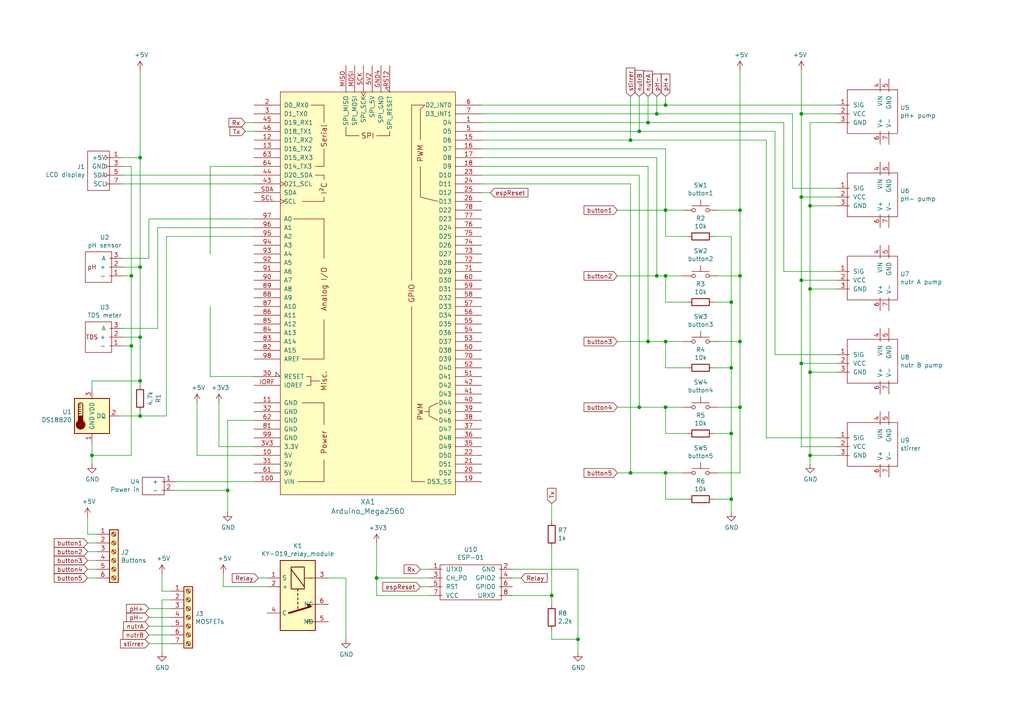
<source format=kicad_sch>
(kicad_sch (version 20211123) (generator eeschema)
  (paper "A4")
  (lib_symbols
    (symbol "Connector:Screw_Terminal_01x06" (pin_names (offset 1.016) hide)
      (property "Reference" "J" (at 0 7.62 0))
      (property "Value" "Screw_Terminal_01x06" (at 0 -10.16 0))
      (symbol "Screw_Terminal_01x06_1_1"
        (rectangle (start -1.27 6.35) (end 1.27 -8.89) (stroke (width 0.254)) (fill (type background)))
        (circle (center 0 -7.62) (radius 0.635) (stroke (width 0.1524)))
        (circle (center 0 -5.08) (radius 0.635) (stroke (width 0.1524)))
        (circle (center 0 -2.54) (radius 0.635) (stroke (width 0.1524)))
        (polyline (pts (xy -0.5334 -7.2898) (xy 0.3302 -8.128)) (stroke (width 0.1524)))
        (polyline (pts (xy -0.5334 -4.7498) (xy 0.3302 -5.588)) (stroke (width 0.1524)))
        (polyline (pts (xy -0.5334 -2.2098) (xy 0.3302 -3.048)) (stroke (width 0.1524)))
        (polyline (pts (xy -0.5334 0.3302) (xy 0.3302 -0.508)) (stroke (width 0.1524)))
        (polyline (pts (xy -0.5334 2.8702) (xy 0.3302 2.032)) (stroke (width 0.1524)))
        (polyline (pts (xy -0.5334 5.4102) (xy 0.3302 4.572)) (stroke (width 0.1524)))
        (polyline (pts (xy -0.3556 -7.112) (xy 0.508 -7.9502)) (stroke (width 0.1524)))
        (polyline (pts (xy -0.3556 -4.572) (xy 0.508 -5.4102)) (stroke (width 0.1524)))
        (polyline (pts (xy -0.3556 -2.032) (xy 0.508 -2.8702)) (stroke (width 0.1524)))
        (polyline (pts (xy -0.3556 0.508) (xy 0.508 -0.3302)) (stroke (width 0.1524)))
        (polyline (pts (xy -0.3556 3.048) (xy 0.508 2.2098)) (stroke (width 0.1524)))
        (polyline (pts (xy -0.3556 5.588) (xy 0.508 4.7498)) (stroke (width 0.1524)))
        (circle (center 0 0) (radius 0.635) (stroke (width 0.1524)))
        (circle (center 0 2.54) (radius 0.635) (stroke (width 0.1524)))
        (circle (center 0 5.08) (radius 0.635) (stroke (width 0.1524)))
        (pin passive line (at -5.08 5.08 0) (length 3.81) (name "Pin_1") (number "1"))
        (pin passive line (at -5.08 2.54 0) (length 3.81) (name "Pin_2") (number "2"))
        (pin passive line (at -5.08 0 0) (length 3.81) (name "Pin_3") (number "3"))
        (pin passive line (at -5.08 -2.54 0) (length 3.81) (name "Pin_4") (number "4"))
        (pin passive line (at -5.08 -5.08 0) (length 3.81) (name "Pin_5") (number "5"))
        (pin passive line (at -5.08 -7.62 0) (length 3.81) (name "Pin_6") (number "6"))
      )
    )
    (symbol "Connector:Screw_Terminal_01x07" (pin_names (offset 1.016) hide)
      (property "Reference" "J" (at 0 10.16 0))
      (property "Value" "Screw_Terminal_01x07" (at 0 -10.16 0))
      (symbol "Screw_Terminal_01x07_1_1"
        (rectangle (start -1.27 8.89) (end 1.27 -8.89) (stroke (width 0.254)) (fill (type background)))
        (circle (center 0 -7.62) (radius 0.635) (stroke (width 0.1524)))
        (circle (center 0 -5.08) (radius 0.635) (stroke (width 0.1524)))
        (circle (center 0 -2.54) (radius 0.635) (stroke (width 0.1524)))
        (polyline (pts (xy -0.5334 -7.2898) (xy 0.3302 -8.128)) (stroke (width 0.1524)))
        (polyline (pts (xy -0.5334 -4.7498) (xy 0.3302 -5.588)) (stroke (width 0.1524)))
        (polyline (pts (xy -0.5334 -2.2098) (xy 0.3302 -3.048)) (stroke (width 0.1524)))
        (polyline (pts (xy -0.5334 0.3302) (xy 0.3302 -0.508)) (stroke (width 0.1524)))
        (polyline (pts (xy -0.5334 2.8702) (xy 0.3302 2.032)) (stroke (width 0.1524)))
        (polyline (pts (xy -0.5334 5.4102) (xy 0.3302 4.572)) (stroke (width 0.1524)))
        (polyline (pts (xy -0.5334 7.9502) (xy 0.3302 7.112)) (stroke (width 0.1524)))
        (polyline (pts (xy -0.3556 -7.112) (xy 0.508 -7.9502)) (stroke (width 0.1524)))
        (polyline (pts (xy -0.3556 -4.572) (xy 0.508 -5.4102)) (stroke (width 0.1524)))
        (polyline (pts (xy -0.3556 -2.032) (xy 0.508 -2.8702)) (stroke (width 0.1524)))
        (polyline (pts (xy -0.3556 0.508) (xy 0.508 -0.3302)) (stroke (width 0.1524)))
        (polyline (pts (xy -0.3556 3.048) (xy 0.508 2.2098)) (stroke (width 0.1524)))
        (polyline (pts (xy -0.3556 5.588) (xy 0.508 4.7498)) (stroke (width 0.1524)))
        (polyline (pts (xy -0.3556 8.128) (xy 0.508 7.2898)) (stroke (width 0.1524)))
        (circle (center 0 0) (radius 0.635) (stroke (width 0.1524)))
        (circle (center 0 2.54) (radius 0.635) (stroke (width 0.1524)))
        (circle (center 0 5.08) (radius 0.635) (stroke (width 0.1524)))
        (circle (center 0 7.62) (radius 0.635) (stroke (width 0.1524)))
        (pin passive line (at -5.08 7.62 0) (length 3.81) (name "Pin_1") (number "1"))
        (pin passive line (at -5.08 5.08 0) (length 3.81) (name "Pin_2") (number "2"))
        (pin passive line (at -5.08 2.54 0) (length 3.81) (name "Pin_3") (number "3"))
        (pin passive line (at -5.08 0 0) (length 3.81) (name "Pin_4") (number "4"))
        (pin passive line (at -5.08 -2.54 0) (length 3.81) (name "Pin_5") (number "5"))
        (pin passive line (at -5.08 -5.08 0) (length 3.81) (name "Pin_6") (number "6"))
        (pin passive line (at -5.08 -7.62 0) (length 3.81) (name "Pin_7") (number "7"))
      )
    )
    (symbol "Device:R" (pin_numbers hide) (pin_names (offset 0))
      (property "Reference" "R" (at 2.032 0 90))
      (property "Value" "R" (at 0 0 90))
      (symbol "R_0_1"
        (rectangle (start -1.016 -2.54) (end 1.016 2.54) (stroke (width 0.254)))
      )
      (symbol "R_1_1"
        (pin passive line (at 0 3.81 270) (length 1.27) (name "~") (number "1"))
        (pin passive line (at 0 -3.81 90) (length 1.27) (name "~") (number "2"))
      )
    )
    (symbol "My_Arduino:Arduino_Mega2560" (pin_names (offset 1.016))
      (property "Reference" "XA" (at 2.54 0 90))
      (property "Value" "Arduino_Mega2560" (at -2.54 0 90))
      (symbol "Arduino_Mega2560_0_0"
        (rectangle (start -25.4 -58.42) (end 25.4 58.42) (fill (type background)))
        (rectangle (start -20.32 -54.61) (end -12.7 -54.61))
        (rectangle (start -19.05 -31.75) (end -12.7 -31.75))
        (rectangle (start -19.05 -19.05) (end -12.7 -19.05))
        (rectangle (start -19.05 26.67) (end -12.7 26.67))
        (rectangle (start -17.78 -26.67) (end -16.51 -26.67))
        (rectangle (start -17.78 -24.13) (end -16.51 -24.13))
        (rectangle (start -16.51 -25.4) (end -13.97 -25.4))
        (rectangle (start -16.51 -24.13) (end -16.51 -26.67))
        (rectangle (start -16.51 54.61) (end -12.7 54.61))
        (rectangle (start -15.24 34.29) (end -12.7 34.29))
        (rectangle (start -15.24 36.83) (end -12.7 36.83))
        (rectangle (start -12.7 -54.61) (end -12.7 -48.26))
        (rectangle (start -12.7 -31.75) (end -12.7 -38.1))
        (rectangle (start -12.7 26.67) (end -12.7 27.94))
        (rectangle (start -12.7 34.29) (end -12.7 33.02))
        (rectangle (start -12.7 41.91) (end -12.7 36.83))
        (rectangle (start -12.7 49.53) (end -12.7 54.61))
        (rectangle (start -6.35 48.26) (end -6.35 45.72))
        (rectangle (start -2.54 45.72) (end -6.35 45.72))
        (polyline (pts (xy -21.59 21.59) (xy -12.7 21.59)))
        (polyline (pts (xy -12.7 -19.05) (xy -12.7 -7.62)))
        (polyline (pts (xy -12.7 10.16) (xy -12.7 21.59)))
        (polyline (pts (xy 12.7 -54.61) (xy 16.51 -54.61)))
        (polyline (pts (xy 12.7 54.61) (xy 16.51 54.61)))
        (polyline (pts (xy 17.78 -34.29) (xy 16.51 -34.29)))
        (polyline (pts (xy 15.24 36.83) (xy 15.24 27.94) (xy 20.32 26.67)))
        (polyline (pts (xy 15.24 44.45) (xy 15.24 53.34) (xy 16.51 54.61)))
        (polyline (pts (xy 20.32 -31.75) (xy 17.78 -33.02) (xy 17.78 -35.56) (xy 20.32 -36.83)))
        (rectangle (start 6.35 45.72) (end 2.54 45.72))
        (rectangle (start 6.35 46.99) (end 6.35 45.72))
        (text "Analog I/O" (at -12.7 1.27 900) (effects (font (size 1.524 1.524))))
        (text "I²C" (at -12.7 30.48 900) (effects (font (size 1.524 1.524))))
        (text "Misc." (at -12.7 -25.4 900) (effects (font (size 1.524 1.524))))
        (text "Power" (at -12.7 -43.18 900) (effects (font (size 1.524 1.524))))
        (text "PWM" (at 15.24 -34.29 900) (effects (font (size 1.524 1.524))))
        (text "PWM" (at 15.24 40.64 900) (effects (font (size 1.524 1.524))))
        (text "Serial" (at -12.7 45.72 900) (effects (font (size 1.524 1.524))))
        (text "SPI" (at 0 45.72 0) (effects (font (size 1.524 1.524))))
      )
      (symbol "Arduino_Mega2560_1_0"
        (rectangle (start 12.7 -54.61) (end 12.7 -3.81))
        (rectangle (start 12.7 54.61) (end 12.7 3.81))
        (text "GPIO" (at 12.7 0 900) (effects (font (size 1.524 1.524))))
      )
      (symbol "Arduino_Mega2560_1_1"
        (pin bidirectional line (at 33.02 49.53 180) (length 7.62) (name "D4") (number "1"))
        (pin power_in line (at -33.02 -46.99 0) (length 7.62) (name "5V") (number "10"))
        (pin power_in line (at -33.02 -54.61 0) (length 7.62) (name "VIN") (number "100"))
        (pin power_in line (at -33.02 -31.75 0) (length 7.62) (name "GND") (number "11"))
        (pin bidirectional line (at -33.02 44.45 0) (length 7.62) (name "D17_RX2") (number "12"))
        (pin bidirectional line (at -33.02 41.91 0) (length 7.62) (name "D16_TX2") (number "13"))
        (pin bidirectional line (at 33.02 44.45 180) (length 7.62) (name "D6") (number "15"))
        (pin bidirectional line (at 33.02 41.91 180) (length 7.62) (name "D7") (number "16"))
        (pin bidirectional line (at 33.02 39.37 180) (length 7.62) (name "D8") (number "17"))
        (pin bidirectional line (at 33.02 36.83 180) (length 7.62) (name "D9") (number "18"))
        (pin bidirectional line (at 33.02 -54.61 180) (length 7.62) (name "D53_SS") (number "19"))
        (pin bidirectional line (at -33.02 54.61 0) (length 7.62) (name "D0_RX0") (number "2"))
        (pin bidirectional line (at 33.02 -52.07 180) (length 7.62) (name "D52") (number "20"))
        (pin bidirectional line (at 33.02 -49.53 180) (length 7.62) (name "D51") (number "21"))
        (pin bidirectional line (at 33.02 -46.99 180) (length 7.62) (name "D50") (number "22"))
        (pin bidirectional line (at 33.02 34.29 180) (length 7.62) (name "D10") (number "23"))
        (pin bidirectional line (at 33.02 31.75 180) (length 7.62) (name "D11") (number "24"))
        (pin bidirectional line (at 33.02 29.21 180) (length 7.62) (name "D12") (number "25"))
        (pin bidirectional line (at 33.02 26.67 180) (length 7.62) (name "D13") (number "26"))
        (pin bidirectional line (at -33.02 52.07 0) (length 7.62) (name "D1_TX0") (number "3"))
        (pin open_collector input_low (at -33.02 -24.13 0) (length 7.62) (name "RESET") (number "30"))
        (pin power_in line (at -33.02 -49.53 0) (length 7.62) (name "5V") (number "31"))
        (pin power_in line (at -33.02 -34.29 0) (length 7.62) (name "GND") (number "32"))
        (pin bidirectional line (at 33.02 -44.45 180) (length 7.62) (name "D49") (number "35"))
        (pin bidirectional line (at 33.02 -41.91 180) (length 7.62) (name "D48") (number "36"))
        (pin bidirectional line (at 33.02 -39.37 180) (length 7.62) (name "D47") (number "37"))
        (pin bidirectional line (at 33.02 -36.83 180) (length 7.62) (name "D46") (number "38"))
        (pin bidirectional line (at 33.02 -34.29 180) (length 7.62) (name "D45") (number "39"))
        (pin power_in line (at -33.02 -44.45 0) (length 7.62) (name "3.3V") (number "3V3"))
        (pin bidirectional line (at 33.02 -31.75 180) (length 7.62) (name "D44") (number "40"))
        (pin bidirectional line (at 33.02 -29.21 180) (length 7.62) (name "D43") (number "41"))
        (pin bidirectional line (at 33.02 -26.67 180) (length 7.62) (name "D42") (number "42"))
        (pin bidirectional clock (at -33.02 31.75 0) (length 7.62) (name "D21_SCL") (number "43"))
        (pin bidirectional line (at -33.02 34.29 0) (length 7.62) (name "D20_SDA") (number "44"))
        (pin bidirectional line (at -33.02 49.53 0) (length 7.62) (name "D19_RX1") (number "45"))
        (pin bidirectional line (at -33.02 46.99 0) (length 7.62) (name "D18_TX1") (number "46"))
        (pin bidirectional line (at 33.02 46.99 180) (length 7.62) (name "D5") (number "5"))
        (pin bidirectional line (at 33.02 -16.51 180) (length 7.62) (name "D38") (number "50"))
        (pin bidirectional line (at 33.02 -24.13 180) (length 7.62) (name "D41") (number "51"))
        (pin bidirectional line (at 33.02 -21.59 180) (length 7.62) (name "D40") (number "52"))
        (pin bidirectional line (at 33.02 -13.97 180) (length 7.62) (name "D37") (number "53"))
        (pin bidirectional line (at 33.02 -11.43 180) (length 7.62) (name "D36") (number "54"))
        (pin bidirectional line (at 33.02 -8.89 180) (length 7.62) (name "D35") (number "55"))
        (pin bidirectional line (at 33.02 -6.35 180) (length 7.62) (name "D34") (number "56"))
        (pin bidirectional line (at 33.02 -3.81 180) (length 7.62) (name "D33") (number "57"))
        (pin bidirectional line (at 33.02 -1.27 180) (length 7.62) (name "D32") (number "58"))
        (pin bidirectional line (at 33.02 1.27 180) (length 7.62) (name "D31") (number "59"))
        (pin power_in line (at 1.27 66.04 270) (length 7.62) (name "SPI_5V") (number "5V2"))
        (pin bidirectional line (at 33.02 54.61 180) (length 7.62) (name "D2_INT0") (number "6"))
        (pin bidirectional line (at 33.02 3.81 180) (length 7.62) (name "D30") (number "60"))
        (pin power_in line (at -33.02 -52.07 0) (length 7.62) (name "5V") (number "61"))
        (pin power_in line (at -33.02 -36.83 0) (length 7.62) (name "GND") (number "62"))
        (pin bidirectional line (at -33.02 39.37 0) (length 7.62) (name "D15_RX3") (number "63"))
        (pin bidirectional line (at -33.02 36.83 0) (length 7.62) (name "D14_TX3") (number "64"))
        (pin bidirectional line (at 33.02 52.07 180) (length 7.62) (name "D3_INT1") (number "7"))
        (pin bidirectional line (at 33.02 -19.05 180) (length 7.62) (name "D39") (number "70"))
        (pin bidirectional line (at 33.02 6.35 180) (length 7.62) (name "D29") (number "71"))
        (pin bidirectional line (at 33.02 8.89 180) (length 7.62) (name "D28") (number "72"))
        (pin bidirectional line (at 33.02 11.43 180) (length 7.62) (name "D27") (number "73"))
        (pin bidirectional line (at 33.02 13.97 180) (length 7.62) (name "D26") (number "74"))
        (pin bidirectional line (at 33.02 16.51 180) (length 7.62) (name "D25") (number "75"))
        (pin bidirectional line (at 33.02 19.05 180) (length 7.62) (name "D24") (number "76"))
        (pin bidirectional line (at 33.02 21.59 180) (length 7.62) (name "D23") (number "77"))
        (pin bidirectional line (at 33.02 24.13 180) (length 7.62) (name "D22") (number "78"))
        (pin power_in line (at -33.02 -39.37 0) (length 7.62) (name "GND") (number "81"))
        (pin bidirectional line (at -33.02 -16.51 0) (length 7.62) (name "A15") (number "82"))
        (pin bidirectional line (at -33.02 -13.97 0) (length 7.62) (name "A14") (number "83"))
        (pin bidirectional line (at -33.02 -11.43 0) (length 7.62) (name "A13") (number "84"))
        (pin bidirectional line (at -33.02 -8.89 0) (length 7.62) (name "A12") (number "85"))
        (pin bidirectional line (at -33.02 -6.35 0) (length 7.62) (name "A11") (number "86"))
        (pin bidirectional line (at -33.02 -3.81 0) (length 7.62) (name "A10") (number "87"))
        (pin bidirectional line (at -33.02 -1.27 0) (length 7.62) (name "A9") (number "88"))
        (pin bidirectional line (at -33.02 1.27 0) (length 7.62) (name "A8") (number "89"))
        (pin bidirectional line (at -33.02 3.81 0) (length 7.62) (name "A7") (number "90"))
        (pin bidirectional line (at -33.02 6.35 0) (length 7.62) (name "A6") (number "91"))
        (pin bidirectional line (at -33.02 8.89 0) (length 7.62) (name "A5") (number "92"))
        (pin bidirectional line (at -33.02 11.43 0) (length 7.62) (name "A4") (number "93"))
        (pin bidirectional line (at -33.02 13.97 0) (length 7.62) (name "A3") (number "94"))
        (pin bidirectional line (at -33.02 16.51 0) (length 7.62) (name "A2") (number "95"))
        (pin bidirectional line (at -33.02 19.05 0) (length 7.62) (name "A1") (number "96"))
        (pin bidirectional line (at -33.02 21.59 0) (length 7.62) (name "A0") (number "97"))
        (pin input line (at -33.02 -19.05 0) (length 7.62) (name "AREF") (number "98"))
        (pin power_in line (at -33.02 -41.91 0) (length 7.62) (name "GND") (number "99"))
        (pin power_in line (at 3.81 66.04 270) (length 7.62) (name "SPI_GND") (number "GND4"))
        (pin output line (at -33.02 -26.67 0) (length 7.62) (name "IOREF") (number "IORF"))
        (pin input line (at -6.35 66.04 270) (length 7.62) (name "SPI_MISO") (number "MISO"))
        (pin output line (at -3.81 66.04 270) (length 7.62) (name "SPI_MOSI") (number "MOSI"))
        (pin open_collector input_low (at 6.35 66.04 270) (length 7.62) (name "SPI_RESET") (number "RST2"))
        (pin output clock (at -1.27 66.04 270) (length 7.62) (name "SPI_SCK") (number "SCK"))
        (pin bidirectional clock (at -33.02 26.67 0) (length 7.62) (name "SCL") (number "SCL"))
        (pin bidirectional line (at -33.02 29.21 0) (length 7.62) (name "SDA") (number "SDA"))
      )
    )
    (symbol "My_Headers:4-pin_I2C_LCD_header" (pin_names (offset 1.016))
      (property "Reference" "J" (at 0 5.715 0))
      (property "Value" "4-pin_I2C_LCD_header" (at 0 -8.255 0))
      (symbol "4-pin_I2C_LCD_header_0_1"
        (rectangle (start -1.27 4.445) (end 5.08 -6.985))
      )
      (symbol "4-pin_I2C_LCD_header_1_1"
        (arc (start 0 -4.572) (mid -0.508 -5.08) (end 0 -5.588) (stroke (width 0.1524)))
        (arc (start 0 -2.032) (mid -0.508 -2.54) (end 0 -3.048) (stroke (width 0.1524)))
        (polyline (pts (xy -1.27 -5.08) (xy -0.508 -5.08)) (stroke (width 0.1524)))
        (polyline (pts (xy -1.27 -2.54) (xy -0.508 -2.54)) (stroke (width 0.1524)))
        (polyline (pts (xy -1.27 0) (xy -0.508 0)) (stroke (width 0.1524)))
        (polyline (pts (xy -1.27 2.54) (xy -0.508 2.54)) (stroke (width 0.1524)))
        (arc (start 0 0.508) (mid -0.508 0) (end 0 -0.508) (stroke (width 0.1524)))
        (arc (start 0 3.048) (mid -0.508 2.54) (end 0 2.032) (stroke (width 0.1524)))
        (pin power_in line (at -5.08 2.54 0) (length 3.81) (name "+5V") (number "1"))
        (pin power_in line (at -5.08 0 0) (length 3.81) (name "GND") (number "3"))
        (pin passive line (at -5.08 -2.54 0) (length 3.81) (name "SDA") (number "5"))
        (pin passive line (at -5.08 -5.08 0) (length 3.81) (name "SCL") (number "7"))
      )
    )
    (symbol "My_Parts:2-pole_power_in_screw_terminal" (pin_names (offset 1.016))
      (property "Reference" "U" (at 4.445 3.175 0))
      (property "Value" "2-pole_power_in_screw_terminal" (at 6.35 -5.715 0))
      (symbol "2-pole_power_in_screw_terminal_0_1"
        (rectangle (start 3.175 1.27) (end 9.525 -3.81))
      )
      (symbol "2-pole_power_in_screw_terminal_1_1"
        (pin power_in line (at 0 0 0) (length 3.81) (name "+") (number "1"))
        (pin power_in line (at 0 -2.54 0) (length 3.81) (name "-") (number "2"))
      )
    )
    (symbol "My_Parts:DFRobot_Gravity_TDS-meter" (pin_names (offset 1.016))
      (property "Reference" "U" (at 4.445 3.175 0))
      (property "Value" "DFRobot_Gravity_TDS-meter" (at 6.35 -8.255 0))
      (symbol "DFRobot_Gravity_TDS-meter_0_0"
        (text "TDS" (at 8.89 -2.54 0) (effects (font (size 1.27 1.27))))
      )
      (symbol "DFRobot_Gravity_TDS-meter_0_1"
        (rectangle (start 3.175 1.905) (end 10.795 -6.985))
      )
      (symbol "DFRobot_Gravity_TDS-meter_1_1"
        (pin power_in line (at 0 -5.08 0) (length 3.81) (name "-") (number "1"))
        (pin power_in line (at 0 -2.54 0) (length 3.81) (name "+") (number "2"))
        (pin output line (at 0 0 0) (length 3.81) (name "A") (number "3"))
      )
    )
    (symbol "My_Parts:DFRobot_Gravity_pH-sensor" (pin_names (offset 1.016))
      (property "Reference" "U" (at 4.445 3.175 0))
      (property "Value" "DFRobot_Gravity_pH-sensor" (at 6.35 -8.255 0))
      (symbol "DFRobot_Gravity_pH-sensor_0_0"
        (text "pH" (at 8.89 -2.54 0) (effects (font (size 1.27 1.27))))
      )
      (symbol "DFRobot_Gravity_pH-sensor_0_1"
        (rectangle (start 3.175 1.905) (end 10.795 -6.985))
      )
      (symbol "DFRobot_Gravity_pH-sensor_1_1"
        (pin power_in line (at 0 -5.08 0) (length 3.81) (name "-") (number "1"))
        (pin power_in line (at 0 -2.54 0) (length 3.81) (name "+") (number "2"))
        (pin output line (at 0 0 0) (length 3.81) (name "A") (number "3"))
      )
    )
    (symbol "My_Parts:HCMODU0083_IRF520_MOSFET_module" (pin_names (offset 1.016))
      (property "Reference" "U" (at 4.445 5.715 0))
      (property "Value" "HCMODU0083_IRF520_MOSFET_module" (at 36.83 -1.905 0))
      (symbol "HCMODU0083_IRF520_MOSFET_module_0_1"
        (polyline (pts (xy 17.145 4.445) (xy 3.175 4.445) (xy 3.175 -8.255) (xy 17.78 -8.255) (xy 17.78 4.445) (xy 17.145 4.445)))
      )
      (symbol "HCMODU0083_IRF520_MOSFET_module_1_1"
        (pin input line (at 0 0 0) (length 3.81) (name "SIG") (number "1"))
        (pin power_in line (at 0 -2.54 0) (length 3.81) (name "VCC") (number "2"))
        (pin power_in line (at 0 -5.08 0) (length 3.81) (name "GND") (number "3"))
        (pin power_in line (at 12.7 7.62 270) (length 3.81) (name "VIN") (number "4"))
        (pin power_in line (at 15.24 7.62 270) (length 3.81) (name "GND") (number "5"))
        (pin power_out line (at 12.7 -11.43 90) (length 3.81) (name "V+") (number "6"))
        (pin power_out line (at 15.24 -11.43 90) (length 3.81) (name "V-") (number "7"))
      )
    )
    (symbol "My_Parts:KY-019_relay_module"
      (property "Reference" "K" (at 4.445 6.35 0))
      (property "Value" "KY-019_relay_module" (at -2.54 -17.145 0))
      (symbol "KY-019_relay_module_0_0"
        (polyline (pts (xy 13.97 -12.7) (xy 11.43 -12.7) (xy 12.065 -12.065) (xy 12.7 -12.7)))
      )
      (symbol "KY-019_relay_module_0_1"
        (polyline (pts (xy 6.35 -10.16) (xy 12.7 -8.255)) (stroke (width 0.508)))
        (polyline (pts (xy 6.985 2.54) (xy 10.795 -2.54)) (stroke (width 0.254)))
        (polyline (pts (xy 8.89 -8.255) (xy 8.89 -8.89)) (stroke (width 0.254)))
        (polyline (pts (xy 8.89 -6.985) (xy 8.89 -7.62)) (stroke (width 0.254)))
        (polyline (pts (xy 8.89 -5.715) (xy 8.89 -6.35)) (stroke (width 0.254)))
        (polyline (pts (xy 8.89 -4.445) (xy 8.89 -5.08)) (stroke (width 0.254)))
        (polyline (pts (xy 8.89 -3.175) (xy 8.89 -3.81)) (stroke (width 0.254)))
        (polyline (pts (xy 13.97 0) (xy 10.795 0)))
        (polyline (pts (xy 13.97 -7.62) (xy 11.43 -7.62) (xy 12.065 -8.255) (xy 12.7 -7.62)) (fill (type outline)))
        (rectangle (start 10.795 3.175) (end 6.985 -3.175) (stroke (width 0.254)))
        (rectangle (start 13.97 5.08) (end 3.81 -15.24) (stroke (width 0.254)) (fill (type background)))
      )
      (symbol "KY-019_relay_module_1_1"
        (pin input line (at 0 0 0) (length 3.81) (name "S") (number "1"))
        (pin power_in line (at 0 -2.54 0) (length 3.81) (name "+") (number "2"))
        (pin power_in line (at 17.78 0 180) (length 3.81) (name "-") (number "3"))
        (pin passive line (at 0 -10.16 0) (length 3.81) (name "C") (number "4"))
        (pin passive line (at 17.78 -12.7 180) (length 3.81) (name "NO") (number "5"))
        (pin passive line (at 17.78 -7.62 180) (length 3.81) (name "NC") (number "6"))
      )
    )
    (symbol "Sensor_Temperature:DS18B20" (pin_names (offset 1.016))
      (property "Reference" "U" (at -3.81 6.35 0))
      (property "Value" "DS18B20" (at 6.35 6.35 0))
      (symbol "DS18B20_0_1"
        (rectangle (start -5.08 5.08) (end 5.08 -5.08) (stroke (width 0.254)) (fill (type background)))
        (circle (center -3.302 -2.54) (radius 1.27) (stroke (width 0.254)) (fill (type outline)))
        (rectangle (start -2.667 -1.905) (end -3.937 0) (stroke (width 0.254)) (fill (type outline)))
        (arc (start -2.667 3.175) (mid -3.302 3.81) (end -3.937 3.175) (stroke (width 0.254)))
        (polyline (pts (xy -3.937 0.635) (xy -3.302 0.635)) (stroke (width 0.254)))
        (polyline (pts (xy -3.937 1.27) (xy -3.302 1.27)) (stroke (width 0.254)))
        (polyline (pts (xy -3.937 1.905) (xy -3.302 1.905)) (stroke (width 0.254)))
        (polyline (pts (xy -3.937 2.54) (xy -3.302 2.54)) (stroke (width 0.254)))
        (polyline (pts (xy -3.937 3.175) (xy -3.937 0)) (stroke (width 0.254)))
        (polyline (pts (xy -3.937 3.175) (xy -3.302 3.175)) (stroke (width 0.254)))
        (polyline (pts (xy -2.667 3.175) (xy -2.667 0)) (stroke (width 0.254)))
      )
      (symbol "DS18B20_1_1"
        (pin power_in line (at 0 -7.62 90) (length 2.54) (name "GND") (number "1"))
        (pin bidirectional line (at 7.62 0 180) (length 2.54) (name "DQ") (number "2"))
        (pin power_in line (at 0 7.62 270) (length 2.54) (name "VDD") (number "3"))
      )
    )
    (symbol "Switch:SW_Push" (pin_numbers hide) (pin_names (offset 1.016) hide)
      (property "Reference" "SW" (at 1.27 2.54 0))
      (property "Value" "SW_Push" (at 0 -1.524 0))
      (symbol "SW_Push_0_1"
        (circle (center -2.032 0) (radius 0.508))
        (polyline (pts (xy 0 1.27) (xy 0 3.048)))
        (polyline (pts (xy 2.54 1.27) (xy -2.54 1.27)))
        (circle (center 2.032 0) (radius 0.508))
        (pin passive line (at -5.08 0 0) (length 2.54) (name "1") (number "1"))
        (pin passive line (at 5.08 0 180) (length 2.54) (name "2") (number "2"))
      )
    )
    (symbol "ardHydroponic-rescue:ESP-01-My_Arduino" (pin_names (offset 1.016))
      (property "Reference" "U" (at 5.08 2.54 0))
      (property "Value" "ESP-01-My_Arduino" (at 9.525 -10.16 0))
      (symbol "ESP-01-My_Arduino_0_1"
        (polyline (pts (xy 3.175 1.27) (xy 3.175 -8.89) (xy 20.955 -8.89) (xy 20.955 1.27) (xy 3.175 1.27)))
      )
      (symbol "ESP-01-My_Arduino_1_1"
        (pin output line (at 0 0 0) (length 3.81) (name "UTXD") (number "1"))
        (pin power_in line (at 24.13 0 180) (length 3.81) (name "GND") (number "2"))
        (pin input line (at 0 -2.54 0) (length 3.81) (name "CH_PD") (number "3"))
        (pin tri_state line (at 24.13 -2.54 180) (length 3.81) (name "GPIO2") (number "4"))
        (pin input line (at 0 -5.08 0) (length 3.81) (name "RST") (number "5"))
        (pin tri_state line (at 24.13 -5.08 180) (length 3.81) (name "GPIO0") (number "6"))
        (pin power_in line (at 0 -7.62 0) (length 3.81) (name "VCC") (number "7"))
        (pin input line (at 24.13 -7.62 180) (length 3.81) (name "URXD") (number "8"))
      )
    )
    (symbol "power:+3.3V" (power) (pin_names (offset 0))
      (property "Value" "+3.3V" (at 0 3.556 0))
      (symbol "+3.3V_0_1"
        (polyline (pts (xy -0.762 1.27) (xy 0 2.54)))
        (polyline (pts (xy 0 0) (xy 0 2.54)))
        (polyline (pts (xy 0 2.54) (xy 0.762 1.27)))
      )
      (symbol "+3.3V_1_1"
        (pin power_in line (at 0 0 90) (length 0) hide (name "+3V3") (number "1"))
      )
    )
    (symbol "power:+5V" (power) (pin_names (offset 0))
      (property "Value" "+5V" (at 0 3.556 0))
      (symbol "+5V_0_1"
        (polyline (pts (xy -0.762 1.27) (xy 0 2.54)))
        (polyline (pts (xy 0 0) (xy 0 2.54)))
        (polyline (pts (xy 0 2.54) (xy 0.762 1.27)))
      )
      (symbol "+5V_1_1"
        (pin power_in line (at 0 0 90) (length 0) hide (name "+5V") (number "1"))
      )
    )
    (symbol "power:GND" (power) (pin_names (offset 0))
      (property "Value" "GND" (at 0 -3.81 0))
      (symbol "GND_0_1"
        (polyline (pts (xy 0 0) (xy 0 -1.27) (xy 1.27 -1.27) (xy 0 -2.54) (xy -1.27 -1.27) (xy 0 -1.27)))
      )
      (symbol "GND_1_1"
        (pin power_in line (at 0 0 270) (length 0) hide (name "GND") (number "1"))
      )
    )
  )
  (junction (at 193.04 118.11))
  (junction (at 232.41 33.02))
  (junction (at 187.96 35.56))
  (junction (at 193.04 30.48))
  (junction (at 26.67 132.08))
  (junction (at 234.95 83.82))
  (junction (at 212.09 87.63))
  (junction (at 185.42 38.1))
  (junction (at 182.88 137.16))
  (junction (at 234.95 107.95))
  (junction (at 193.04 137.16))
  (junction (at 234.95 132.08))
  (junction (at 190.5 80.01))
  (junction (at 109.22 167.64))
  (junction (at 193.04 60.96))
  (junction (at 232.41 57.15))
  (junction (at 38.1 100.33))
  (junction (at 214.63 99.06))
  (junction (at 214.63 80.01))
  (junction (at 40.64 77.47))
  (junction (at 40.64 45.72))
  (junction (at 212.09 125.73))
  (junction (at 182.88 40.64))
  (junction (at 40.64 120.65))
  (junction (at 167.64 185.42))
  (junction (at 185.42 118.11))
  (junction (at 40.64 110.49))
  (junction (at 232.41 105.41))
  (junction (at 193.04 99.06))
  (junction (at 214.63 60.96))
  (junction (at 40.64 97.79))
  (junction (at 187.96 99.06))
  (junction (at 160.02 172.72))
  (junction (at 214.63 118.11))
  (junction (at 66.04 142.24))
  (junction (at 232.41 81.28))
  (junction (at 193.04 80.01))
  (junction (at 38.1 80.01))
  (junction (at 212.09 144.78))
  (junction (at 190.5 33.02))
  (junction (at 212.09 106.68))
  (junction (at 234.95 59.69))
  (wire (pts (xy 160.02 182.88) (xy 160.02 185.42)))
  (wire (pts (xy 151.13 167.64) (xy 148.59 167.64)))
  (wire (pts (xy 208.28 80.01) (xy 214.63 80.01)))
  (wire (pts (xy 222.25 40.64) (xy 222.25 127)))
  (wire (pts (xy 208.28 118.11) (xy 214.63 118.11)))
  (wire (pts (xy 234.95 107.95) (xy 234.95 132.08)))
  (wire (pts (xy 43.18 179.07) (xy 49.53 179.07)))
  (wire (pts (xy 193.04 30.48) (xy 139.7 30.48)))
  (wire (pts (xy 43.18 184.15) (xy 49.53 184.15)))
  (wire (pts (xy 57.15 132.08) (xy 57.15 116.84)))
  (wire (pts (xy 198.12 137.16) (xy 193.04 137.16)))
  (wire (pts (xy 35.56 95.25) (xy 45.72 95.25)))
  (wire (pts (xy 193.04 118.11) (xy 193.04 125.73)))
  (wire (pts (xy 160.02 151.13) (xy 160.02 146.05)))
  (wire (pts (xy 214.63 137.16) (xy 214.63 118.11)))
  (wire (pts (xy 207.01 106.68) (xy 212.09 106.68)))
  (wire (pts (xy 64.77 170.18) (xy 64.77 166.37)))
  (wire (pts (xy 142.24 55.88) (xy 139.7 55.88)))
  (wire (pts (xy 229.87 54.61) (xy 229.87 33.02)))
  (wire (pts (xy 242.57 33.02) (xy 232.41 33.02)))
  (wire (pts (xy 193.04 144.78) (xy 199.39 144.78)))
  (wire (pts (xy 187.96 48.26) (xy 187.96 99.06)))
  (wire (pts (xy 207.01 144.78) (xy 212.09 144.78)))
  (wire (pts (xy 242.57 129.54) (xy 232.41 129.54)))
  (wire (pts (xy 43.18 74.93) (xy 43.18 63.5)))
  (wire (pts (xy 214.63 60.96) (xy 214.63 20.32)))
  (wire (pts (xy 222.25 40.64) (xy 182.88 40.64)))
  (wire (pts (xy 40.64 97.79) (xy 40.64 110.49)))
  (wire (pts (xy 232.41 81.28) (xy 232.41 57.15)))
  (wire (pts (xy 46.99 171.45) (xy 46.99 166.37)))
  (wire (pts (xy 193.04 137.16) (xy 193.04 144.78)))
  (wire (pts (xy 26.67 132.08) (xy 26.67 128.27)))
  (wire (pts (xy 179.07 60.96) (xy 193.04 60.96)))
  (wire (pts (xy 242.57 132.08) (xy 234.95 132.08)))
  (wire (pts (xy 198.12 80.01) (xy 193.04 80.01)))
  (wire (pts (xy 229.87 33.02) (xy 190.5 33.02)))
  (wire (pts (xy 167.64 185.42) (xy 167.64 165.1)))
  (wire (pts (xy 193.04 87.63) (xy 199.39 87.63)))
  (wire (pts (xy 224.79 38.1) (xy 224.79 102.87)))
  (wire (pts (xy 77.47 170.18) (xy 64.77 170.18)))
  (wire (pts (xy 193.04 68.58) (xy 199.39 68.58)))
  (wire (pts (xy 35.56 97.79) (xy 40.64 97.79)))
  (wire (pts (xy 77.47 167.64) (xy 74.93 167.64)))
  (wire (pts (xy 182.88 40.64) (xy 139.7 40.64)))
  (wire (pts (xy 66.04 121.92) (xy 66.04 142.24)))
  (wire (pts (xy 214.63 80.01) (xy 214.63 60.96)))
  (wire (pts (xy 43.18 63.5) (xy 73.66 63.5)))
  (wire (pts (xy 242.57 78.74) (xy 227.33 78.74)))
  (wire (pts (xy 207.01 125.73) (xy 212.09 125.73)))
  (wire (pts (xy 66.04 121.92) (xy 73.66 121.92)))
  (wire (pts (xy 27.94 162.56) (xy 25.4 162.56)))
  (wire (pts (xy 160.02 185.42) (xy 167.64 185.42)))
  (wire (pts (xy 160.02 172.72) (xy 148.59 172.72)))
  (wire (pts (xy 27.94 157.48) (xy 25.4 157.48)))
  (wire (pts (xy 160.02 158.75) (xy 160.02 172.72)))
  (wire (pts (xy 45.72 95.25) (xy 45.72 66.04)))
  (wire (pts (xy 185.42 38.1) (xy 185.42 27.94)))
  (wire (pts (xy 26.67 134.62) (xy 26.67 132.08)))
  (wire (pts (xy 50.8 142.24) (xy 66.04 142.24)))
  (wire (pts (xy 35.56 80.01) (xy 38.1 80.01)))
  (wire (pts (xy 25.4 154.94) (xy 25.4 149.86)))
  (wire (pts (xy 193.04 125.73) (xy 199.39 125.73)))
  (wire (pts (xy 234.95 59.69) (xy 234.95 35.56)))
  (wire (pts (xy 46.99 173.99) (xy 46.99 189.23)))
  (wire (pts (xy 242.57 54.61) (xy 229.87 54.61)))
  (wire (pts (xy 224.79 102.87) (xy 242.57 102.87)))
  (wire (pts (xy 25.4 165.1) (xy 27.94 165.1)))
  (wire (pts (xy 182.88 27.94) (xy 182.88 40.64)))
  (wire (pts (xy 214.63 99.06) (xy 214.63 80.01)))
  (wire (pts (xy 60.96 109.22) (xy 60.96 88.9)))
  (wire (pts (xy 187.96 35.56) (xy 187.96 27.94)))
  (wire (pts (xy 234.95 59.69) (xy 242.57 59.69)))
  (wire (pts (xy 212.09 125.73) (xy 212.09 106.68)))
  (wire (pts (xy 60.96 73.66) (xy 60.96 48.26)))
  (wire (pts (xy 234.95 107.95) (xy 242.57 107.95)))
  (wire (pts (xy 179.07 137.16) (xy 182.88 137.16)))
  (wire (pts (xy 234.95 35.56) (xy 242.57 35.56)))
  (wire (pts (xy 27.94 167.64) (xy 25.4 167.64)))
  (wire (pts (xy 207.01 87.63) (xy 212.09 87.63)))
  (wire (pts (xy 50.8 139.7) (xy 73.66 139.7)))
  (wire (pts (xy 124.46 165.1) (xy 121.92 165.1)))
  (wire (pts (xy 232.41 129.54) (xy 232.41 105.41)))
  (wire (pts (xy 73.66 132.08) (xy 57.15 132.08)))
  (wire (pts (xy 193.04 118.11) (xy 185.42 118.11)))
  (wire (pts (xy 198.12 60.96) (xy 193.04 60.96)))
  (wire (pts (xy 187.96 99.06) (xy 193.04 99.06)))
  (wire (pts (xy 35.56 48.26) (xy 38.1 48.26)))
  (wire (pts (xy 232.41 57.15) (xy 232.41 33.02)))
  (wire (pts (xy 214.63 60.96) (xy 208.28 60.96)))
  (wire (pts (xy 193.04 99.06) (xy 193.04 106.68)))
  (wire (pts (xy 38.1 80.01) (xy 38.1 100.33)))
  (wire (pts (xy 190.5 45.72) (xy 139.7 45.72)))
  (wire (pts (xy 198.12 99.06) (xy 193.04 99.06)))
  (wire (pts (xy 193.04 106.68) (xy 199.39 106.68)))
  (wire (pts (xy 179.07 80.01) (xy 190.5 80.01)))
  (wire (pts (xy 25.4 160.02) (xy 27.94 160.02)))
  (wire (pts (xy 167.64 165.1) (xy 148.59 165.1)))
  (wire (pts (xy 185.42 50.8) (xy 139.7 50.8)))
  (wire (pts (xy 193.04 43.18) (xy 139.7 43.18)))
  (wire (pts (xy 34.29 120.65) (xy 40.64 120.65)))
  (wire (pts (xy 109.22 167.64) (xy 109.22 157.48)))
  (wire (pts (xy 45.72 66.04) (xy 73.66 66.04)))
  (wire (pts (xy 35.56 45.72) (xy 40.64 45.72)))
  (wire (pts (xy 139.7 38.1) (xy 185.42 38.1)))
  (wire (pts (xy 49.53 173.99) (xy 46.99 173.99)))
  (wire (pts (xy 40.64 120.65) (xy 48.26 120.65)))
  (wire (pts (xy 198.12 118.11) (xy 193.04 118.11)))
  (wire (pts (xy 100.33 167.64) (xy 100.33 185.42)))
  (wire (pts (xy 234.95 107.95) (xy 234.95 83.82)))
  (wire (pts (xy 48.26 68.58) (xy 73.66 68.58)))
  (wire (pts (xy 38.1 132.08) (xy 26.67 132.08)))
  (wire (pts (xy 208.28 99.06) (xy 214.63 99.06)))
  (wire (pts (xy 227.33 35.56) (xy 187.96 35.56)))
  (wire (pts (xy 40.64 77.47) (xy 40.64 45.72)))
  (wire (pts (xy 40.64 119.38) (xy 40.64 120.65)))
  (wire (pts (xy 66.04 148.59) (xy 66.04 142.24)))
  (wire (pts (xy 234.95 134.62) (xy 234.95 132.08)))
  (wire (pts (xy 232.41 105.41) (xy 232.41 81.28)))
  (wire (pts (xy 193.04 30.48) (xy 193.04 27.94)))
  (wire (pts (xy 40.64 110.49) (xy 26.67 110.49)))
  (wire (pts (xy 190.5 45.72) (xy 190.5 80.01)))
  (wire (pts (xy 73.66 35.56) (xy 71.12 35.56)))
  (wire (pts (xy 124.46 170.18) (xy 121.92 170.18)))
  (wire (pts (xy 179.07 99.06) (xy 187.96 99.06)))
  (wire (pts (xy 95.25 167.64) (xy 100.33 167.64)))
  (wire (pts (xy 26.67 110.49) (xy 26.67 113.03)))
  (wire (pts (xy 190.5 27.94) (xy 190.5 33.02)))
  (wire (pts (xy 109.22 172.72) (xy 109.22 167.64)))
  (wire (pts (xy 214.63 118.11) (xy 214.63 99.06)))
  (wire (pts (xy 167.64 189.23) (xy 167.64 185.42)))
  (wire (pts (xy 222.25 127) (xy 242.57 127)))
  (wire (pts (xy 242.57 105.41) (xy 232.41 105.41)))
  (wire (pts (xy 160.02 172.72) (xy 160.02 175.26)))
  (wire (pts (xy 38.1 48.26) (xy 38.1 80.01)))
  (wire (pts (xy 40.64 111.76) (xy 40.64 110.49)))
  (wire (pts (xy 40.64 97.79) (xy 40.64 77.47)))
  (wire (pts (xy 193.04 60.96) (xy 193.04 68.58)))
  (wire (pts (xy 49.53 186.69) (xy 43.18 186.69)))
  (wire (pts (xy 63.5 129.54) (xy 63.5 116.84)))
  (wire (pts (xy 193.04 80.01) (xy 193.04 87.63)))
  (wire (pts (xy 185.42 38.1) (xy 224.79 38.1)))
  (wire (pts (xy 60.96 48.26) (xy 73.66 48.26)))
  (wire (pts (xy 190.5 33.02) (xy 139.7 33.02)))
  (wire (pts (xy 38.1 100.33) (xy 38.1 132.08)))
  (wire (pts (xy 242.57 57.15) (xy 232.41 57.15)))
  (wire (pts (xy 242.57 81.28) (xy 232.41 81.28)))
  (wire (pts (xy 212.09 148.59) (xy 212.09 144.78)))
  (wire (pts (xy 35.56 50.8) (xy 73.66 50.8)))
  (wire (pts (xy 35.56 74.93) (xy 43.18 74.93)))
  (wire (pts (xy 48.26 120.65) (xy 48.26 68.58)))
  (wire (pts (xy 35.56 53.34) (xy 73.66 53.34)))
  (wire (pts (xy 227.33 78.74) (xy 227.33 35.56)))
  (wire (pts (xy 49.53 181.61) (xy 43.18 181.61)))
  (wire (pts (xy 35.56 100.33) (xy 38.1 100.33)))
  (wire (pts (xy 234.95 83.82) (xy 242.57 83.82)))
  (wire (pts (xy 212.09 144.78) (xy 212.09 125.73)))
  (wire (pts (xy 193.04 137.16) (xy 182.88 137.16)))
  (wire (pts (xy 208.28 137.16) (xy 214.63 137.16)))
  (wire (pts (xy 124.46 167.64) (xy 109.22 167.64)))
  (wire (pts (xy 193.04 80.01) (xy 190.5 80.01)))
  (wire (pts (xy 40.64 45.72) (xy 40.64 20.32)))
  (wire (pts (xy 182.88 53.34) (xy 139.7 53.34)))
  (wire (pts (xy 193.04 43.18) (xy 193.04 60.96)))
  (wire (pts (xy 179.07 118.11) (xy 185.42 118.11)))
  (wire (pts (xy 232.41 33.02) (xy 232.41 20.32)))
  (wire (pts (xy 185.42 50.8) (xy 185.42 118.11)))
  (wire (pts (xy 49.53 171.45) (xy 46.99 171.45)))
  (wire (pts (xy 124.46 172.72) (xy 109.22 172.72)))
  (wire (pts (xy 182.88 53.34) (xy 182.88 137.16)))
  (wire (pts (xy 242.57 30.48) (xy 193.04 30.48)))
  (wire (pts (xy 212.09 106.68) (xy 212.09 87.63)))
  (wire (pts (xy 212.09 68.58) (xy 207.01 68.58)))
  (wire (pts (xy 73.66 129.54) (xy 63.5 129.54)))
  (wire (pts (xy 73.66 38.1) (xy 71.12 38.1)))
  (wire (pts (xy 212.09 87.63) (xy 212.09 68.58)))
  (wire (pts (xy 49.53 176.53) (xy 43.18 176.53)))
  (wire (pts (xy 25.4 154.94) (xy 27.94 154.94)))
  (wire (pts (xy 187.96 35.56) (xy 139.7 35.56)))
  (wire (pts (xy 60.96 109.22) (xy 73.66 109.22)))
  (wire (pts (xy 35.56 77.47) (xy 40.64 77.47)))
  (wire (pts (xy 187.96 48.26) (xy 139.7 48.26)))
  (wire (pts (xy 234.95 83.82) (xy 234.95 59.69)))
  (global_label "pH+" (shape input) (at 43.18 176.53 180) (property "Intersheet References" "${INTERSHEET_REFS}" (effects hide)))
  (global_label "button2" (shape input) (at 25.4 160.02 180) (property "Intersheet References" "${INTERSHEET_REFS}" (effects hide)))
  (global_label "button4" (shape input) (at 25.4 165.1 180) (property "Intersheet References" "${INTERSHEET_REFS}" (effects hide)))
  (global_label "button5" (shape input) (at 25.4 167.64 180) (property "Intersheet References" "${INTERSHEET_REFS}" (effects hide)))
  (global_label "nutrB" (shape input) (at 185.42 27.94 90) (property "Intersheet References" "${INTERSHEET_REFS}" (effects hide)))
  (global_label "Tx" (shape input) (at 71.12 38.1 180) (property "Intersheet References" "${INTERSHEET_REFS}" (effects hide)))
  (global_label "Rx" (shape input) (at 71.12 35.56 180) (property "Intersheet References" "${INTERSHEET_REFS}" (effects hide)))
  (global_label "nutrA" (shape input) (at 187.96 27.94 90) (property "Intersheet References" "${INTERSHEET_REFS}" (effects hide)))
  (global_label "Rx" (shape input) (at 121.92 165.1 180) (property "Intersheet References" "${INTERSHEET_REFS}" (effects hide)))
  (global_label "pH-" (shape input) (at 190.5 27.94 90) (property "Intersheet References" "${INTERSHEET_REFS}" (effects hide)))
  (global_label "pH-" (shape input) (at 43.18 179.07 180) (property "Intersheet References" "${INTERSHEET_REFS}" (effects hide)))
  (global_label "button1" (shape input) (at 25.4 157.48 180) (property "Intersheet References" "${INTERSHEET_REFS}" (effects hide)))
  (global_label "stirrer" (shape input) (at 43.18 186.69 180) (property "Intersheet References" "${INTERSHEET_REFS}" (effects hide)))
  (global_label "Relay" (shape input) (at 151.13 167.64 0) (property "Intersheet References" "${INTERSHEET_REFS}" (effects hide)))
  (global_label "button3" (shape input) (at 179.07 99.06 180) (property "Intersheet References" "${INTERSHEET_REFS}" (effects hide)))
  (global_label "espReset" (shape input) (at 121.92 170.18 180) (property "Intersheet References" "${INTERSHEET_REFS}" (effects hide)))
  (global_label "nutrA" (shape input) (at 43.18 181.61 180) (property "Intersheet References" "${INTERSHEET_REFS}" (effects hide)))
  (global_label "pH+" (shape input) (at 193.04 27.94 90) (property "Intersheet References" "${INTERSHEET_REFS}" (effects hide)))
  (global_label "button3" (shape input) (at 25.4 162.56 180) (property "Intersheet References" "${INTERSHEET_REFS}" (effects hide)))
  (global_label "espReset" (shape input) (at 142.24 55.88 0) (property "Intersheet References" "${INTERSHEET_REFS}" (effects hide)))
  (global_label "Tx" (shape input) (at 160.02 146.05 90) (property "Intersheet References" "${INTERSHEET_REFS}" (effects hide)))
  (global_label "stirrer" (shape input) (at 182.88 27.94 90) (property "Intersheet References" "${INTERSHEET_REFS}" (effects hide)))
  (global_label "button4" (shape input) (at 179.07 118.11 180) (property "Intersheet References" "${INTERSHEET_REFS}" (effects hide)))
  (global_label "button5" (shape input) (at 179.07 137.16 180) (property "Intersheet References" "${INTERSHEET_REFS}" (effects hide)))
  (global_label "button2" (shape input) (at 179.07 80.01 180) (property "Intersheet References" "${INTERSHEET_REFS}" (effects hide)))
  (global_label "Relay" (shape input) (at 74.93 167.64 180) (property "Intersheet References" "${INTERSHEET_REFS}" (effects hide)))
  (global_label "nutrB" (shape input) (at 43.18 184.15 180) (property "Intersheet References" "${INTERSHEET_REFS}" (effects hide)))
  (global_label "button1" (shape input) (at 179.07 60.96 180) (property "Intersheet References" "${INTERSHEET_REFS}" (effects hide)))
  (symbol (lib_id "My_Arduino:Arduino_Mega2560") (at 106.68 85.09 0) (unit 1)
    (property "Reference" "XA1" (at 106.68 145.5674 0) (effects (font (size 1.524 1.524))))
    (property "Value" "Arduino_Mega2560" (at 106.68 148.2598 0) (effects (font (size 1.524 1.524))))
    (property "Footprint" "My_Arduino:Arduino_Mega2560_Shield__no_ICSP_no_mount-holes_large" (effects hide))
    (property "Datasheet" "https://store.arduino.cc/arduino-mega-2560-rev3" (effects hide))
  )
  (symbol (lib_id "Sensor_Temperature:DS18B20") (at 26.67 120.65 0) (unit 1)
    (property "Reference" "U1" (at 20.828 119.4816 0) (effects (justify right)))
    (property "Value" "DS18B20" (at 20.828 121.793 0) (effects (justify right)))
    (property "Footprint" "My_Parts:3-pole_DS18B20_screw_terminal" (effects hide))
    (property "Datasheet" "http://datasheets.maximintegrated.com/en/ds/DS18B20.pdf" (effects hide))
  )
  (symbol (lib_id "My_Parts:HCMODU0083_IRF520_MOSFET_module") (at 242.57 30.48 0) (unit 1)
    (property "Reference" "U5" (at 261.0612 31.2166 0) (effects (justify left)))
    (property "Value" "pH+ pump" (at 261.0612 33.528 0) (effects (justify left)))
  )
  (symbol (lib_id "My_Parts:HCMODU0083_IRF520_MOSFET_module") (at 242.57 54.61 0) (unit 1)
    (property "Reference" "U6" (at 261.0612 55.3466 0) (effects (justify left)))
    (property "Value" "pH- pump" (at 261.0612 57.658 0) (effects (justify left)))
  )
  (symbol (lib_id "My_Parts:HCMODU0083_IRF520_MOSFET_module") (at 242.57 78.74 0) (unit 1)
    (property "Reference" "U7" (at 261.0612 79.4766 0) (effects (justify left)))
    (property "Value" "nutr A pump" (at 261.0612 81.788 0) (effects (justify left)))
  )
  (symbol (lib_id "My_Parts:HCMODU0083_IRF520_MOSFET_module") (at 242.57 102.87 0) (unit 1)
    (property "Reference" "U8" (at 261.0612 103.6066 0) (effects (justify left)))
    (property "Value" "nutr B pump" (at 261.0612 105.918 0) (effects (justify left)))
  )
  (symbol (lib_id "My_Headers:4-pin_I2C_LCD_header") (at 30.48 48.26 0) (mirror y) (unit 1)
    (property "Reference" "J1" (at 24.6888 48.3616 0) (effects (justify left)))
    (property "Value" "LCD display" (at 24.6888 50.673 0) (effects (justify left)))
    (property "Footprint" "My_Headers:4-pin_I2C_LCD_header_larger" (effects hide))
  )
  (symbol (lib_id "power:+5V") (at 232.41 20.32 0) (mirror y) (unit 1)
    (property "Reference" "#PWR0101" (effects hide))
    (property "Value" "+5V" (at 232.029 15.9258 0))
  )
  (symbol (lib_id "My_Parts:HCMODU0083_IRF520_MOSFET_module") (at 242.57 127 0) (unit 1)
    (property "Reference" "U9" (at 261.0612 127.7366 0) (effects (justify left)))
    (property "Value" "stirrer" (at 261.0612 130.048 0) (effects (justify left)))
  )
  (symbol (lib_id "My_Parts:DFRobot_Gravity_pH-sensor") (at 35.56 74.93 0) (mirror y) (unit 1)
    (property "Reference" "U2" (at 30.353 68.834 0))
    (property "Value" "pH sensor" (at 30.353 71.1454 0))
    (property "Footprint" "My_Headers:3-pin_DFRobot_Gravity_pH-sensor_header_large" (effects hide))
  )
  (symbol (lib_id "My_Parts:DFRobot_Gravity_TDS-meter") (at 35.56 95.25 0) (mirror y) (unit 1)
    (property "Reference" "U3" (at 30.353 89.154 0))
    (property "Value" "TDS meter" (at 30.353 91.4654 0))
    (property "Footprint" "My_Headers:3-pin_DFRobot_Gravity_TDS-meter_header_large" (effects hide))
  )
  (symbol (lib_id "power:GND") (at 234.95 134.62 0) (unit 1)
    (property "Reference" "#PWR0102" (effects hide))
    (property "Value" "GND" (at 235.077 139.0142 0))
  )
  (symbol (lib_id "power:+5V") (at 214.63 20.32 0) (unit 1)
    (property "Reference" "#PWR0103" (effects hide))
    (property "Value" "+5V" (at 215.011 15.9258 0))
  )
  (symbol (lib_id "power:GND") (at 167.64 189.23 0) (unit 1)
    (property "Reference" "#PWR0105" (effects hide))
    (property "Value" "GND" (at 167.767 193.6242 0))
  )
  (symbol (lib_id "Switch:SW_Push") (at 203.2 60.96 0) (unit 1)
    (property "Reference" "SW1" (at 203.2 53.721 0))
    (property "Value" "button1" (at 203.2 56.0324 0))
  )
  (symbol (lib_id "power:+3.3V") (at 63.5 116.84 0) (unit 1)
    (property "Reference" "#PWR0106" (effects hide))
    (property "Value" "+3.3V" (at 63.881 112.4458 0))
  )
  (symbol (lib_id "Device:R") (at 203.2 68.58 270) (unit 1)
    (property "Reference" "R2" (at 203.2 63.3222 90))
    (property "Value" "10k" (at 203.2 65.6336 90))
    (property "Footprint" "My_Misc:R_Axial_DIN0207_L6.3mm_D2.5mm_P10.16mm_Horizontal_larger_pads" (effects hide))
  )
  (symbol (lib_id "Switch:SW_Push") (at 203.2 80.01 0) (unit 1)
    (property "Reference" "SW2" (at 203.2 72.771 0))
    (property "Value" "button2" (at 203.2 75.0824 0))
  )
  (symbol (lib_id "Device:R") (at 203.2 87.63 270) (unit 1)
    (property "Reference" "R3" (at 203.2 82.3722 90))
    (property "Value" "10k" (at 203.2 84.6836 90))
    (property "Footprint" "My_Misc:R_Axial_DIN0207_L6.3mm_D2.5mm_P10.16mm_Horizontal_larger_pads" (effects hide))
  )
  (symbol (lib_id "Switch:SW_Push") (at 203.2 99.06 0) (unit 1)
    (property "Reference" "SW3" (at 203.2 91.821 0))
    (property "Value" "button3" (at 203.2 94.1324 0))
  )
  (symbol (lib_id "Device:R") (at 203.2 106.68 270) (unit 1)
    (property "Reference" "R4" (at 203.2 101.4222 90))
    (property "Value" "10k" (at 203.2 103.7336 90))
    (property "Footprint" "My_Misc:R_Axial_DIN0207_L6.3mm_D2.5mm_P10.16mm_Horizontal_larger_pads" (effects hide))
  )
  (symbol (lib_id "power:+3.3V") (at 109.22 157.48 0) (unit 1)
    (property "Reference" "#PWR0115" (effects hide))
    (property "Value" "+3.3V" (at 109.601 153.0858 0))
  )
  (symbol (lib_id "Switch:SW_Push") (at 203.2 118.11 0) (unit 1)
    (property "Reference" "SW4" (at 203.2 110.871 0))
    (property "Value" "button4" (at 203.2 113.1824 0))
  )
  (symbol (lib_id "Device:R") (at 203.2 125.73 270) (unit 1)
    (property "Reference" "R5" (at 203.2 120.4722 90))
    (property "Value" "10k" (at 203.2 122.7836 90))
    (property "Footprint" "My_Misc:R_Axial_DIN0207_L6.3mm_D2.5mm_P10.16mm_Horizontal_larger_pads" (effects hide))
  )
  (symbol (lib_id "Switch:SW_Push") (at 203.2 137.16 0) (unit 1)
    (property "Reference" "SW5" (at 203.2 129.921 0))
    (property "Value" "button5" (at 203.2 132.2324 0))
  )
  (symbol (lib_id "Device:R") (at 203.2 144.78 270) (unit 1)
    (property "Reference" "R6" (at 203.2 139.5222 90))
    (property "Value" "10k" (at 203.2 141.8336 90))
    (property "Footprint" "My_Misc:R_Axial_DIN0207_L6.3mm_D2.5mm_P10.16mm_Horizontal_larger_pads" (effects hide))
  )
  (symbol (lib_id "power:GND") (at 212.09 148.59 0) (unit 1)
    (property "Reference" "#PWR0104" (effects hide))
    (property "Value" "GND" (at 212.217 152.9842 0))
  )
  (symbol (lib_id "Device:R") (at 40.64 115.57 180) (unit 1)
    (property "Reference" "R1" (at 45.8978 115.57 90))
    (property "Value" "4.7k" (at 43.5864 115.57 90))
    (property "Footprint" "My_Misc:R_Axial_DIN0207_L6.3mm_D2.5mm_P10.16mm_Horizontal_larger_pads" (effects hide))
  )
  (symbol (lib_id "power:+5V") (at 40.64 20.32 0) (unit 1)
    (property "Reference" "#PWR0107" (effects hide))
    (property "Value" "+5V" (at 41.021 15.9258 0))
  )
  (symbol (lib_id "power:GND") (at 26.67 134.62 0) (unit 1)
    (property "Reference" "#PWR0108" (effects hide))
    (property "Value" "GND" (at 26.797 139.0142 0))
  )
  (symbol (lib_id "Device:R") (at 160.02 154.94 0) (unit 1)
    (property "Reference" "R7" (at 161.798 153.7716 0) (effects (justify left)))
    (property "Value" "1k" (at 161.798 156.083 0) (effects (justify left)))
    (property "Footprint" "My_Misc:R_Axial_DIN0207_L6.3mm_D2.5mm_P10.16mm_Horizontal_larger_pads" (effects hide))
  )
  (symbol (lib_id "Device:R") (at 160.02 179.07 0) (unit 1)
    (property "Reference" "R8" (at 161.798 177.9016 0) (effects (justify left)))
    (property "Value" "2.2k" (at 161.798 180.213 0) (effects (justify left)))
    (property "Footprint" "My_Misc:R_Axial_DIN0207_L6.3mm_D2.5mm_P10.16mm_Horizontal_larger_pads" (effects hide))
  )
  (symbol (lib_id "power:+5V") (at 57.15 116.84 0) (unit 1)
    (property "Reference" "#PWR0109" (effects hide))
    (property "Value" "+5V" (at 57.531 112.4458 0))
  )
  (symbol (lib_id "power:GND") (at 66.04 148.59 0) (unit 1)
    (property "Reference" "#PWR0110" (effects hide))
    (property "Value" "GND" (at 66.167 152.9842 0))
  )
  (symbol (lib_id "My_Parts:KY-019_relay_module") (at 77.47 167.64 0) (unit 1)
    (property "Reference" "K1" (at 86.36 158.3182 0))
    (property "Value" "KY-019_relay_module" (at 86.36 160.6296 0))
    (property "Footprint" "My_Headers:3-pin_KY-019_Relay_header_larger_pads" (effects hide))
  )
  (symbol (lib_id "power:+5V") (at 64.77 166.37 0) (unit 1)
    (property "Reference" "#PWR0112" (effects hide))
    (property "Value" "+5V" (at 65.151 161.9758 0))
  )
  (symbol (lib_id "Device:Jumper") (at 60.96 81.28 90) (unit 1)
    (property "Reference" "JP1" (at 63.1698 80.1116 90) (effects (justify right)))
    (property "Value" "Flash" (at 63.1698 82.423 90) (effects (justify right)))
    (property "Footprint" "My_Parts:Jumper_1x02_P2.54mm_large" (effects hide))
  )
  (symbol (lib_id "power:GND") (at 100.33 185.42 0) (unit 1)
    (property "Reference" "#PWR0116" (effects hide))
    (property "Value" "GND" (at 100.457 189.8142 0))
  )
  (symbol (lib_id "My_Parts:2-pole_power_in_screw_terminal") (at 50.8 139.7 0) (mirror y) (unit 1)
    (property "Reference" "U4" (at 40.5638 139.6746 0) (effects (justify left)))
    (property "Value" "Power in" (at 40.5638 141.986 0) (effects (justify left)))
    (property "Footprint" "My_Parts:2-pole_power_in_screw_terminal" (effects hide))
  )
  (symbol (lib_id "Connector:Screw_Terminal_01x06") (at 33.02 160.02 0) (unit 1)
    (property "Reference" "J2" (at 35.052 160.2232 0) (effects (justify left)))
    (property "Value" "Buttons" (at 35.052 162.5346 0) (effects (justify left)))
    (property "Footprint" "My_Parts:6-pole_5-NO_switch_screw_terminal" (effects hide))
  )
  (symbol (lib_id "power:+5V") (at 25.4 149.86 0) (unit 1)
    (property "Reference" "#PWR0111" (effects hide))
    (property "Value" "+5V" (at 25.781 145.4658 0))
  )
  (symbol (lib_id "ardHydroponic-rescue:ESP-01-My_Arduino") (at 124.46 165.1 0) (unit 1)
    (property "Reference" "U10" (at 136.525 159.385 0))
    (property "Value" "ESP-01" (at 136.525 161.6964 0))
    (property "Footprint" "My_Arduino:ESP-01_large" (effects hide))
    (property "Datasheet" "http://l0l.org.uk/2014/12/esp8266-modules-hardware-guide-gotta-catch-em-all/" (effects hide))
  )
  (symbol (lib_id "Connector:Screw_Terminal_01x07") (at 54.61 179.07 0) (unit 1)
    (property "Reference" "J3" (at 56.642 178.0032 0) (effects (justify left)))
    (property "Value" "MOSFETs" (at 56.642 180.3146 0) (effects (justify left)))
    (property "Footprint" "My_Parts:7-pole_6-MOSFET_screw_terminal" (effects hide))
  )
  (symbol (lib_id "power:+5V") (at 46.99 166.37 0) (unit 1)
    (property "Reference" "#PWR0113" (effects hide))
    (property "Value" "+5V" (at 47.371 161.9758 0))
  )
  (symbol (lib_id "power:GND") (at 46.99 189.23 0) (unit 1)
    (property "Reference" "#PWR0114" (effects hide))
    (property "Value" "GND" (at 47.117 193.6242 0))
  )
)
</source>
